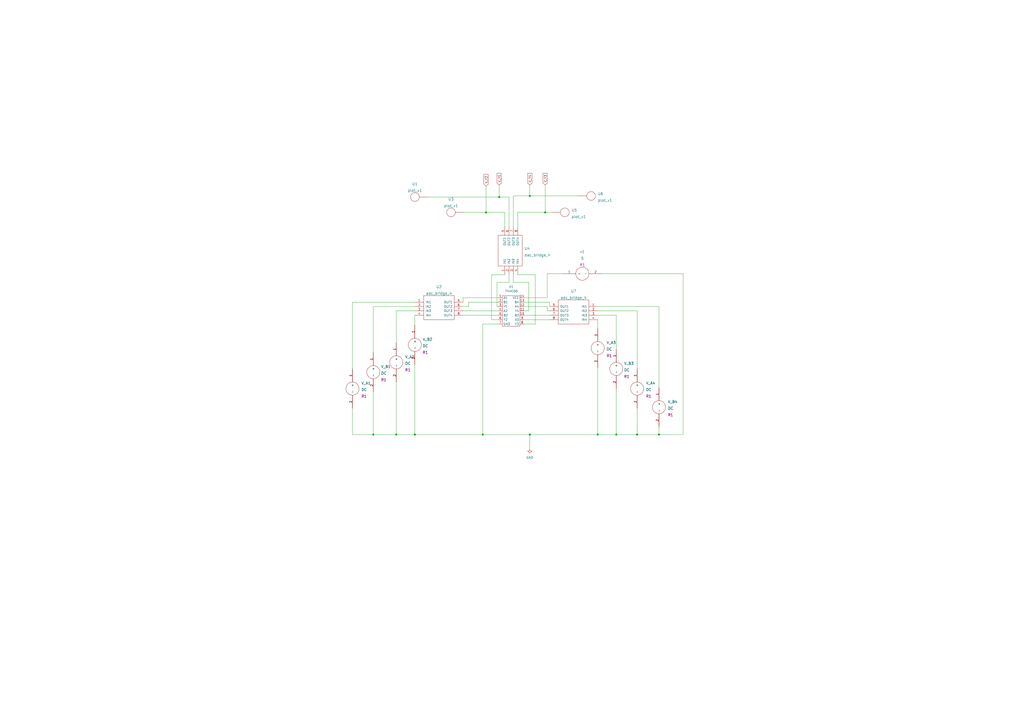
<source format=kicad_sch>
(kicad_sch (version 20211123) (generator eeschema)
  (paper "A2")
  (lib_symbols
    (symbol "eSim_Hybrid:adc_bridge_4" (pin_names (offset 1.016))
      (property "Reference" "U" (at 0 0 0))
      (property "Value" "adc_bridge_4" (at 0 7.62 0))
      (symbol "adc_bridge_4_0_1"
        (rectangle (start -8.89 8.89) (end 8.89 -5.08))
      )
      (symbol "adc_bridge_4_1_1"
        (pin input line (at -13.97 5.08 0) (length 5.08) (name "IN1") (number "1"))
        (pin input line (at -13.97 2.54 0) (length 5.08) (name "IN2") (number "2"))
        (pin input line (at -13.97 0 0) (length 5.08) (name "IN3") (number "3"))
        (pin input line (at -13.97 -2.54 0) (length 5.08) (name "IN4") (number "4"))
        (pin output line (at 13.97 5.08 180) (length 5.08) (name "OUT1") (number "5"))
        (pin output line (at 13.97 2.54 180) (length 5.08) (name "OUT2") (number "6"))
        (pin output line (at 13.97 0 180) (length 5.08) (name "OUT3") (number "7"))
        (pin output line (at 13.97 -2.54 180) (length 5.08) (name "OUT4") (number "8"))
      )
    )
    (symbol "eSim_Hybrid:dac_bridge_4" (pin_names (offset 1.016))
      (property "Reference" "U" (at 0 0 0))
      (property "Value" "dac_bridge_4" (at 0 7.62 0))
      (symbol "dac_bridge_4_0_1"
        (rectangle (start -8.89 8.89) (end 8.89 -5.08))
      )
      (symbol "dac_bridge_4_1_1"
        (pin input line (at -13.97 5.08 0) (length 5.08) (name "IN1") (number "1"))
        (pin input line (at -13.97 2.54 0) (length 5.08) (name "IN2") (number "2"))
        (pin input line (at -13.97 0 0) (length 5.08) (name "IN3") (number "3"))
        (pin input line (at -13.97 -2.54 0) (length 5.08) (name "IN4") (number "4"))
        (pin output line (at 13.97 5.08 180) (length 5.08) (name "OUT1") (number "5"))
        (pin output line (at 13.97 2.54 180) (length 5.08) (name "OUT2") (number "6"))
        (pin output line (at 13.97 0 180) (length 5.08) (name "OUT3") (number "7"))
        (pin output line (at 13.97 -2.54 180) (length 5.08) (name "OUT4") (number "8"))
      )
    )
    (symbol "eSim_Plot:plot_v1" (pin_names (offset 1.016))
      (property "Reference" "U" (at 0 12.7 0))
      (property "Value" "plot_v1" (at 5.08 8.89 0))
      (symbol "plot_v1_0_1"
        (circle (center 0 12.7) (radius 2.54))
      )
      (symbol "plot_v1_1_1"
        (pin input line (at 0 5.08 90) (length 5.08) (name "~") (number "~"))
      )
    )
    (symbol "eSim_Power:eSim_GND" (power) (pin_names (offset 0))
      (property "Value" "eSim_GND" (at 0 -3.81 0))
      (symbol "eSim_GND_0_1"
        (polyline (pts (xy 0 0) (xy 0 -1.27) (xy 1.27 -1.27) (xy 0 -2.54) (xy -1.27 -1.27) (xy 0 -1.27)))
      )
      (symbol "eSim_GND_1_1"
        (pin power_in line (at 0 0 270) (length 0) hide (name "GND") (number "1"))
      )
    )
    (symbol "eSim_Sources:DC" (pin_names (offset 1.016))
      (property "Reference" "v" (at -5.08 2.54 0))
      (property "Value" "DC" (at -5.08 -1.27 0))
      (property "Footprint" "R1" (at -7.62 0 0))
      (symbol "DC_0_1"
        (circle (center 0 0) (radius 3.81))
      )
      (symbol "DC_1_1"
        (pin power_out line (at 0 11.43 270) (length 7.62) (name "+") (number "1"))
        (pin bidirectional line (at 0 -11.43 90) (length 7.62) (name "-") (number "2"))
      )
    )
    (symbol "eSim_Subckt:74HC00"
      (property "Reference" "X" (at 0 0 0))
      (property "Value" "74HC00" (at 0 10.16 0))
      (symbol "74HC00_0_1"
        (rectangle (start -5.08 8.89) (end 5.08 -8.89))
      )
      (symbol "74HC00_1_1"
        (pin input line (at -7.62 7.62 0) (length 2.54) (name "A1") (number "1"))
        (pin input line (at 7.62 -2.54 180) (length 2.54) (name "B3") (number "10"))
        (pin output line (at 7.62 0 180) (length 2.54) (name "Y4") (number "11"))
        (pin input line (at 7.62 2.54 180) (length 2.54) (name "A4") (number "12"))
        (pin input line (at 7.62 5.08 180) (length 2.54) (name "B4") (number "13"))
        (pin power_in line (at 7.62 7.62 180) (length 2.54) (name "VCC") (number "14"))
        (pin input line (at -7.62 5.08 0) (length 2.54) (name "B1") (number "2"))
        (pin output line (at -7.62 2.54 0) (length 2.54) (name "Y1") (number "3"))
        (pin input line (at -7.62 0 0) (length 2.54) (name "A2") (number "4"))
        (pin input line (at -7.62 -2.54 0) (length 2.54) (name "B2") (number "5"))
        (pin output line (at -7.62 -5.08 0) (length 2.54) (name "Y2") (number "6"))
        (pin power_in line (at -7.62 -7.62 0) (length 2.54) (name "GND") (number "7"))
        (pin output line (at 7.62 -7.62 180) (length 2.54) (name "Y3") (number "8"))
        (pin input line (at 7.62 -5.08 180) (length 2.54) (name "A3") (number "9"))
      )
    )
  )
  (junction (at 240.665 252.095))
  (junction (at 289.56 114.3))
  (junction (at 346.71 252.095))
  (junction (at 229.87 252.095))
  (junction (at 382.27 252.095))
  (junction (at 216.535 252.095))
  (junction (at 307.34 113.665))
  (junction (at 280.035 252.095))
  (junction (at 369.57 252.095))
  (junction (at 316.23 123.19))
  (junction (at 357.505 252.095))
  (junction (at 307.34 252.095))
  (junction (at 281.94 123.19))
  (wire (pts (xy 346.71 180.34) (xy 369.57 180.34)))
  (wire (pts (xy 240.665 252.095) (xy 280.035 252.095)))
  (wire (pts (xy 204.47 175.26) (xy 204.47 213.995)))
  (wire (pts (xy 289.56 114.3) (xy 295.275 114.3)))
  (wire (pts (xy 288.29 163.83) (xy 295.275 163.83)))
  (wire (pts (xy 240.665 182.88) (xy 240.665 188.595)))
  (wire (pts (xy 307.34 107.315) (xy 307.34 113.665)))
  (wire (pts (xy 216.535 177.8) (xy 216.535 204.47)))
  (wire (pts (xy 281.94 107.95) (xy 281.94 123.19)))
  (wire (pts (xy 317.5 172.72) (xy 317.5 158.75)))
  (wire (pts (xy 280.035 252.095) (xy 307.34 252.095)))
  (wire (pts (xy 288.925 177.8) (xy 288.29 177.8)))
  (wire (pts (xy 216.535 252.095) (xy 229.87 252.095)))
  (wire (pts (xy 268.605 172.72) (xy 288.925 172.72)))
  (wire (pts (xy 280.035 187.96) (xy 280.035 252.095)))
  (wire (pts (xy 346.71 213.36) (xy 346.71 252.095)))
  (wire (pts (xy 306.705 180.34) (xy 306.705 163.83)))
  (wire (pts (xy 297.815 163.83) (xy 297.815 159.385)))
  (wire (pts (xy 316.23 123.19) (xy 320.04 123.19)))
  (wire (pts (xy 300.355 159.385) (xy 310.515 159.385)))
  (wire (pts (xy 306.705 163.83) (xy 297.815 163.83)))
  (wire (pts (xy 271.78 177.8) (xy 271.78 175.26)))
  (wire (pts (xy 204.47 236.855) (xy 204.47 252.095)))
  (wire (pts (xy 307.34 252.095) (xy 307.34 260.35)))
  (wire (pts (xy 229.87 198.755) (xy 229.87 180.34)))
  (wire (pts (xy 396.24 252.095) (xy 382.27 252.095)))
  (wire (pts (xy 269.24 123.19) (xy 281.94 123.19)))
  (wire (pts (xy 310.515 187.96) (xy 310.515 159.385)))
  (wire (pts (xy 304.165 187.96) (xy 310.515 187.96)))
  (wire (pts (xy 346.71 177.8) (xy 382.27 177.8)))
  (wire (pts (xy 271.78 175.26) (xy 288.925 175.26)))
  (wire (pts (xy 268.605 175.26) (xy 268.605 172.72)))
  (wire (pts (xy 304.165 177.8) (xy 317.5 177.8)))
  (wire (pts (xy 300.355 123.19) (xy 316.23 123.19)))
  (wire (pts (xy 288.925 185.42) (xy 285.115 185.42)))
  (wire (pts (xy 304.165 182.88) (xy 318.77 182.88)))
  (wire (pts (xy 229.87 221.615) (xy 229.87 252.095)))
  (wire (pts (xy 357.505 182.88) (xy 346.71 182.88)))
  (wire (pts (xy 307.34 113.665) (xy 335.28 113.665)))
  (wire (pts (xy 268.605 180.34) (xy 288.925 180.34)))
  (wire (pts (xy 369.57 252.095) (xy 382.27 252.095)))
  (wire (pts (xy 295.275 163.83) (xy 295.275 159.385)))
  (wire (pts (xy 382.27 252.095) (xy 382.27 247.65)))
  (wire (pts (xy 304.165 175.26) (xy 318.77 175.26)))
  (wire (pts (xy 317.5 177.8) (xy 317.5 180.34)))
  (wire (pts (xy 369.57 180.34) (xy 369.57 213.995)))
  (wire (pts (xy 357.505 252.095) (xy 369.57 252.095)))
  (wire (pts (xy 349.25 158.75) (xy 396.24 158.75)))
  (wire (pts (xy 288.29 177.8) (xy 288.29 163.83)))
  (wire (pts (xy 304.165 185.42) (xy 318.77 185.42)))
  (wire (pts (xy 292.735 131.445) (xy 292.735 123.19)))
  (wire (pts (xy 268.605 177.8) (xy 271.78 177.8)))
  (wire (pts (xy 240.665 175.26) (xy 204.47 175.26)))
  (wire (pts (xy 297.815 131.445) (xy 297.815 113.665)))
  (wire (pts (xy 240.665 177.8) (xy 216.535 177.8)))
  (wire (pts (xy 307.34 252.095) (xy 346.71 252.095)))
  (wire (pts (xy 229.87 252.095) (xy 240.665 252.095)))
  (wire (pts (xy 369.57 236.855) (xy 369.57 252.095)))
  (wire (pts (xy 304.165 180.34) (xy 306.705 180.34)))
  (wire (pts (xy 204.47 252.095) (xy 216.535 252.095)))
  (wire (pts (xy 216.535 227.33) (xy 216.535 252.095)))
  (wire (pts (xy 297.815 113.665) (xy 307.34 113.665)))
  (wire (pts (xy 382.27 177.8) (xy 382.27 224.79)))
  (wire (pts (xy 295.275 131.445) (xy 295.275 114.3)))
  (wire (pts (xy 396.24 158.75) (xy 396.24 252.095)))
  (wire (pts (xy 240.665 211.455) (xy 240.665 252.095)))
  (wire (pts (xy 346.71 185.42) (xy 346.71 190.5)))
  (wire (pts (xy 288.925 187.96) (xy 280.035 187.96)))
  (wire (pts (xy 304.165 172.72) (xy 317.5 172.72)))
  (wire (pts (xy 248.285 114.3) (xy 289.56 114.3)))
  (wire (pts (xy 346.71 252.095) (xy 357.505 252.095)))
  (wire (pts (xy 300.355 131.445) (xy 300.355 123.19)))
  (wire (pts (xy 289.56 107.315) (xy 289.56 114.3)))
  (wire (pts (xy 316.23 107.315) (xy 316.23 123.19)))
  (wire (pts (xy 285.115 185.42) (xy 285.115 159.385)))
  (wire (pts (xy 229.87 180.34) (xy 240.665 180.34)))
  (wire (pts (xy 357.505 202.565) (xy 357.505 182.88)))
  (wire (pts (xy 268.605 182.88) (xy 288.925 182.88)))
  (wire (pts (xy 281.94 123.19) (xy 292.735 123.19)))
  (wire (pts (xy 318.77 175.26) (xy 318.77 177.8)))
  (wire (pts (xy 317.5 158.75) (xy 326.39 158.75)))
  (wire (pts (xy 317.5 180.34) (xy 318.77 180.34)))
  (wire (pts (xy 357.505 225.425) (xy 357.505 252.095)))
  (wire (pts (xy 285.115 159.385) (xy 292.735 159.385)))
  (global_label "V_Y4" (shape input) (at 307.34 107.315 90) (property "Intersheet References" "${INTERSHEET_REFS}" (effects hide)))
  (global_label "V_Y1" (shape input) (at 289.56 107.315 90) (property "Intersheet References" "${INTERSHEET_REFS}" (effects hide)))
  (global_label "V_Y3" (shape input) (at 316.23 107.315 90) (property "Intersheet References" "${INTERSHEET_REFS}" (effects hide)))
  (global_label "V_Y2" (shape input) (at 281.94 107.95 90) (property "Intersheet References" "${INTERSHEET_REFS}" (effects hide)))
  (symbol (lib_id "eSim_Hybrid:adc_bridge_4") (at 254.635 180.34 0) (unit 1)
    (property "Reference" "U2" (at 254.635 166.37 0) (effects (font (size 1.524 1.524))))
    (property "Value" "adc_bridge_4" (at 254.635 170.18 0) (effects (font (size 1.524 1.524))))
  )
  (symbol (lib_id "eSim_Sources:DC") (at 382.27 236.22 0) (unit 1)
    (property "Reference" "V_B4" (at 387.35 233.045 0) (effects (font (size 1.524 1.524)) (justify left)))
    (property "Value" "DC" (at 387.35 236.855 0) (effects (font (size 1.524 1.524)) (justify left)))
    (property "Footprint" "R1" (at 387.35 240.665 0) (effects (font (size 1.524 1.524)) (justify left)))
  )
  (symbol (lib_id "eSim_Plot:plot_v1") (at 330.2 113.665 270) (mirror x) (unit 1)
    (property "Reference" "U6" (at 346.71 112.395 90) (effects (font (size 1.524 1.524)) (justify left)))
    (property "Value" "plot_v1" (at 346.71 116.205 90) (effects (font (size 1.524 1.524)) (justify left)))
  )
  (symbol (lib_id "eSim_Sources:DC") (at 369.57 225.425 0) (unit 1)
    (property "Reference" "V_A4" (at 374.65 222.25 0) (effects (font (size 1.524 1.524)) (justify left)))
    (property "Value" "DC" (at 374.65 226.06 0) (effects (font (size 1.524 1.524)) (justify left)))
    (property "Footprint" "R1" (at 374.65 229.87 0) (effects (font (size 1.524 1.524)) (justify left)))
  )
  (symbol (lib_id "eSim_Sources:DC") (at 216.535 215.9 0) (unit 1)
    (property "Reference" "V_B1" (at 220.98 212.725 0) (effects (font (size 1.524 1.524)) (justify left)))
    (property "Value" "DC" (at 220.98 216.535 0) (effects (font (size 1.524 1.524)) (justify left)))
    (property "Footprint" "R1" (at 220.98 220.345 0) (effects (font (size 1.524 1.524)) (justify left)))
  )
  (symbol (lib_id "eSim_Plot:plot_v1") (at 314.96 123.19 270) (mirror x) (unit 1)
    (property "Reference" "U5" (at 331.47 121.92 90) (effects (font (size 1.524 1.524)) (justify left)))
    (property "Value" "plot_v1" (at 331.47 125.73 90) (effects (font (size 1.524 1.524)) (justify left)))
  )
  (symbol (lib_id "eSim_Sources:DC") (at 229.87 210.185 0) (unit 1)
    (property "Reference" "V_A2" (at 234.95 207.01 0) (effects (font (size 1.524 1.524)) (justify left)))
    (property "Value" "DC" (at 234.95 210.82 0) (effects (font (size 1.524 1.524)) (justify left)))
    (property "Footprint" "R1" (at 234.95 214.63 0) (effects (font (size 1.524 1.524)) (justify left)))
  )
  (symbol (lib_id "eSim_Hybrid:dac_bridge_4") (at 297.815 145.415 90) (unit 1)
    (property "Reference" "U4" (at 304.165 144.145 90) (effects (font (size 1.524 1.524)) (justify right)))
    (property "Value" "dac_bridge_4" (at 304.165 147.955 90) (effects (font (size 1.524 1.524)) (justify right)))
  )
  (symbol (lib_id "eSim_Subckt:74HC00") (at 296.545 180.34 0) (unit 1)
    (property "Reference" "X1" (at 296.545 166.37 0))
    (property "Value" "74HC00" (at 296.545 168.91 0))
  )
  (symbol (lib_id "eSim_Sources:DC") (at 357.505 213.995 0) (unit 1)
    (property "Reference" "V_B3" (at 361.95 210.82 0) (effects (font (size 1.524 1.524)) (justify left)))
    (property "Value" "DC" (at 361.95 214.63 0) (effects (font (size 1.524 1.524)) (justify left)))
    (property "Footprint" "R1" (at 361.95 218.44 0) (effects (font (size 1.524 1.524)) (justify left)))
  )
  (symbol (lib_id "eSim_Plot:plot_v1") (at 274.32 123.19 90) (unit 1)
    (property "Reference" "U3" (at 261.62 115.57 90) (effects (font (size 1.524 1.524))))
    (property "Value" "plot_v1" (at 261.62 119.38 90) (effects (font (size 1.524 1.524))))
  )
  (symbol (lib_id "eSim_Sources:DC") (at 337.82 158.75 90) (unit 1)
    (property "Reference" "v1" (at 337.82 146.05 90) (effects (font (size 1.524 1.524))))
    (property "Value" "5" (at 337.82 149.86 90) (effects (font (size 1.524 1.524))))
    (property "Footprint" "R1" (at 337.82 153.67 90) (effects (font (size 1.524 1.524))))
  )
  (symbol (lib_id "eSim_Hybrid:adc_bridge_4") (at 332.74 182.88 0) (mirror y) (unit 1)
    (property "Reference" "U7" (at 332.74 168.91 0) (effects (font (size 1.524 1.524))))
    (property "Value" "adc_bridge_4" (at 332.74 172.72 0) (effects (font (size 1.524 1.524))))
  )
  (symbol (lib_id "eSim_Plot:plot_v1") (at 253.365 114.3 90) (unit 1)
    (property "Reference" "U1" (at 240.665 106.68 90) (effects (font (size 1.524 1.524))))
    (property "Value" "plot_v1" (at 240.665 110.49 90) (effects (font (size 1.524 1.524))))
  )
  (symbol (lib_id "eSim_Sources:DC") (at 240.665 200.025 0) (unit 1)
    (property "Reference" "V_B2" (at 245.11 196.85 0) (effects (font (size 1.524 1.524)) (justify left)))
    (property "Value" "DC" (at 245.11 200.66 0) (effects (font (size 1.524 1.524)) (justify left)))
    (property "Footprint" "R1" (at 245.11 204.47 0) (effects (font (size 1.524 1.524)) (justify left)))
  )
  (symbol (lib_id "eSim_Sources:DC") (at 346.71 201.93 0) (unit 1)
    (property "Reference" "V_A3" (at 351.79 198.755 0) (effects (font (size 1.524 1.524)) (justify left)))
    (property "Value" "DC" (at 351.79 202.565 0) (effects (font (size 1.524 1.524)) (justify left)))
    (property "Footprint" "R1" (at 351.79 206.375 0) (effects (font (size 1.524 1.524)) (justify left)))
  )
  (symbol (lib_id "eSim_Power:eSim_GND") (at 307.34 260.35 0) (unit 1)
    (property "Reference" "#PWR01" (effects hide))
    (property "Value" "eSim_GND" (at 307.34 265.43 0))
  )
  (symbol (lib_id "eSim_Sources:DC") (at 204.47 225.425 0) (unit 1)
    (property "Reference" "V_A1" (at 209.55 222.25 0) (effects (font (size 1.524 1.524)) (justify left)))
    (property "Value" "DC" (at 209.55 226.06 0) (effects (font (size 1.524 1.524)) (justify left)))
    (property "Footprint" "R1" (at 209.55 229.87 0) (effects (font (size 1.524 1.524)) (justify left)))
  )
)
</source>
